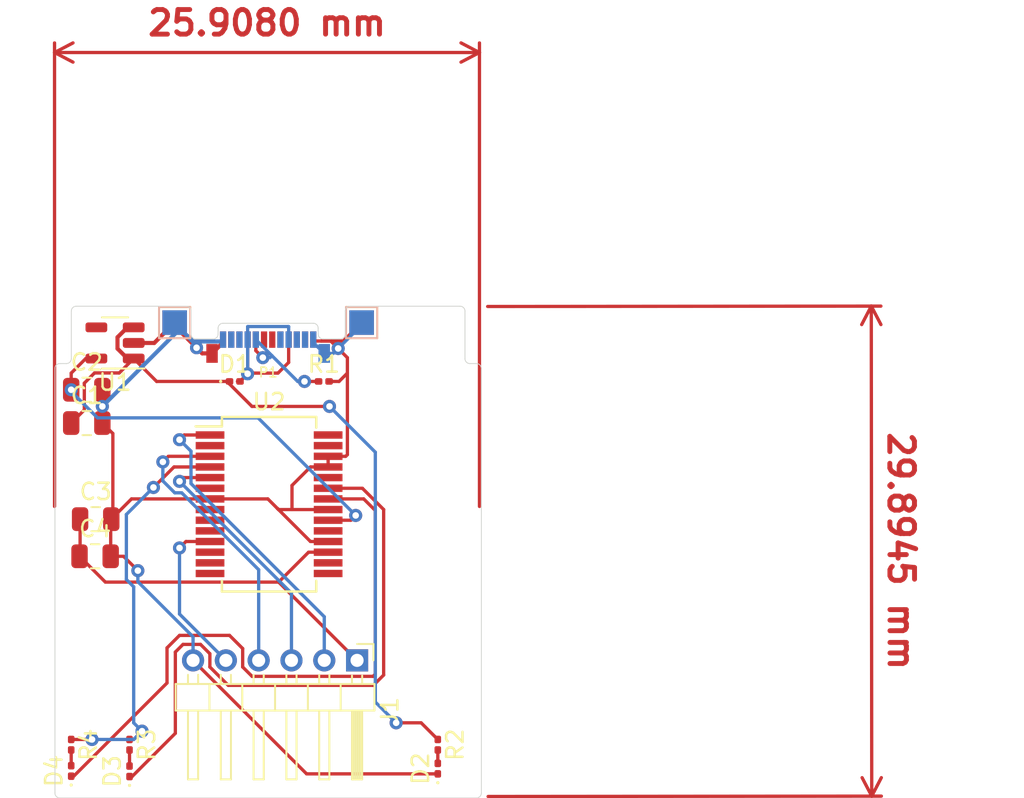
<source format=kicad_pcb>
(kicad_pcb (version 20221018) (generator pcbnew)
  (title_block (title "Expansion Card Template") (rev "X1") (company "Framework") (comment 1 "This work is licensed under a Creative Commons Attribution 4.0 International License") (comment 4 "https://frame.work"))
  (layers (0 "F.Cu" signal) (31 "B.Cu" signal) (34 "B.Paste" user) (35 "F.Paste" user) (36 "B.SilkS" user "B.Silkscreen") (37 "F.SilkS" user "F.Silkscreen") (38 "B.Mask" user) (39 "F.Mask" user) (44 "Edge.Cuts" user))
  (net 0 "")
  (net 1 "GND")
  (net 2 "Net-(P1-CC)")
  (net 3 "VBUS")
  (net 4 "/USB_DP")
  (net 5 "/USB_DN")
  (net 8 "+3V3")
  (net 9 "/3V3OUT")
  (net 10 "Net-(D2-A)")
  (net 11 "/CBUS0")
  (net 12 "Net-(D3-A)")
  (net 13 "/CBUS1")
  (net 14 "Net-(D4-A)")
  (net 15 "/TXD")
  (net 16 "/RXD")
  (net 17 "/RTS")
  (net 18 "/CTS")
  (net 19 "/VDDIO")
  (net 20 "/DTR")
  (net 21 "/RI")
  (net 22 "/DCR")
  (net 23 "/DCD")
  (net 24 "/CBUS4")
  (net 25 "/CBUS2")
  (net 26 "/CBUS3")
  (net 27 "/~{RESET}")
  (net 28 "/OSCI")
  (net 29 "/OSCO")
  (net 30 "a4")
  (net 31 "/D+")
  (net 32 "/D-")
  (net 33 "Net-(D1-A)")
  (footprint "Expansion_Card:USB_C_Plug_Molex_105444" (layer "F.Cu") (at 159.327793 83.262363)
    (fp_text reference "P1" (at 0 2.04) (layer "F.SilkS") (effects (font (size 0.5842 0.5842) (thickness 0.1016))))
    (fp_text value "USB_C_Plug_USB2.0")
    (fp_line (start -3.35 0) (end -4.3 0) (stroke (width 0.05)) (layer "Edge.Cuts"))
    (fp_line (start -3.05 -0.66) (end -3.05 -0.3) (stroke (width 0.05)) (layer "Edge.Cuts"))
    (fp_line (start -2.75 -0.96) (end 2.75 -0.96) (stroke (width 0.05)) (layer "Edge.Cuts"))
    (fp_line (start 3.05 -0.66) (end 3.05 -0.3) (stroke (width 0.05)) (layer "Edge.Cuts"))
    (fp_line (start 3.35 0) (end 4.3 0) (stroke (width 0.05)) (layer "Edge.Cuts"))
    (fp_arc (start -3.05 -0.66) (mid -2.962132 -0.872132) (end -2.75 -0.96) (stroke (width 0.05)) (layer "Edge.Cuts"))
    (fp_arc (start -3.05 -0.3) (mid -3.137868 -0.087868) (end -3.35 0) (stroke (width 0.05)) (layer "Edge.Cuts"))
    (fp_arc (start 2.75 -0.96) (mid 2.962132 -0.872132) (end 3.05 -0.66) (stroke (width 0.05)) (layer "Edge.Cuts"))
    (fp_arc (start 3.35 0) (mid 3.137868 -0.087868) (end 3.05 -0.3) (stroke (width 0.05)) (layer "Edge.Cuts"))
    (pad "A1" smd rect locked (at -2.75 0.04) (size 0.38 1) (layers "F.Cu" "F.Paste" "F.Mask") (net 1 "GND"))
    (pad "A2" smd rect locked (at -2.25 0.04) (size 0.38 1) (layers "F.Cu" "F.Paste" "F.Mask"))
    (pad "A3" smd rect locked (at -1.75 0.04) (size 0.38 1) (layers "F.Cu" "F.Paste" "F.Mask"))
    (pad "A5" smd rect locked (at -0.75 0.04) (size 0.38 1) (layers "F.Cu" "F.Paste" "F.Mask") (net 2 "Net-(P1-CC)"))
    (pad "A6" smd rect locked (at -0.25 0.04) (size 0.38 1) (layers "F.Cu" "F.Paste" "F.Mask") (net 4 "/USB_DP"))
    (pad "A7" smd rect locked (at 0.25 0.04) (size 0.38 1) (layers "F.Cu" "F.Paste" "F.Mask") (net 5 "/USB_DN"))
    (pad "A8" smd rect locked (at 0.75 0.04) (size 0.38 1) (layers "F.Cu" "F.Paste" "F.Mask"))
    (pad "A9" smd rect locked (at 1.25 0.04) (size 0.38 1) (layers "F.Cu" "F.Paste" "F.Mask") (net 30 "a4"))
    (pad "A10" smd rect locked (at 1.75 0.04) (size 0.38 1) (layers "F.Cu" "F.Paste" "F.Mask"))
    (pad "A11" smd rect locked (at 2.25 0.04) (size 0.38 1) (layers "F.Cu" "F.Paste" "F.Mask"))
    (pad "A12" smd rect locked (at 2.75 0.04) (size 0.38 1) (layers "F.Cu" "F.Paste" "F.Mask") (net 1 "GND"))
    (pad "B1" smd rect locked (at 2.75 0.04) (size 0.38 1) (layers "B.Cu" "B.Paste" "B.Mask") (net 1 "GND"))
    (pad "B2" smd rect locked (at 2.25 0.04) (size 0.38 1) (layers "B.Cu" "B.Paste" "B.Mask"))
    (pad "B3" smd rect locked (at 1.75 0.04) (size 0.38 1) (layers "B.Cu" "B.Paste" "B.Mask"))
    (pad "B4" smd rect locked (at 1.25 0.04) (size 0.38 1) (layers "B.Cu" "B.Paste" "B.Mask") (net 30 "a4"))
    (pad "B5" smd rect locked (at 0.75 0.04) (size 0.38 1) (layers "B.Cu" "B.Paste" "B.Mask"))
    (pad "B8" smd rect locked (at -0.75 0.04) (size 0.38 1) (layers "B.Cu" "B.Paste" "B.Mask" "Dwgs.User") (net 2 "Net-(P1-CC)"))
    (pad "B9" smd rect locked (at -1.25 0.04) (size 0.38 1) (layers "B.Cu" "B.Paste" "B.Mask") (net 30 "a4"))
    (pad "B10" smd rect locked (at -1.75 0.04) (size 0.38 1) (layers "B.Cu" "B.Paste" "B.Mask"))
    (pad "B11" smd rect locked (at -2.25 0.04) (size 0.38 1) (layers "B.Cu" "B.Paste" "B.Mask"))
    (pad "B12" smd rect locked (at -2.75 0.04) (size 0.38 1) (layers "B.Cu" "B.Paste" "B.Mask") (net 1 "GND"))
    (pad "S1" smd rect locked (at -3.42 0.88) (size 0.7 1.15) (layers "F.Cu" "F.Paste" "F.Mask") (net 1 "GND"))
    (pad "S1" smd rect locked (at 3.42 0.88) (size 0.7 1.15) (layers "B.Cu" "B.Paste" "B.Mask") (net 1 "GND"))
    (pad "a" smd rect locked (at -1.25 0.04) (size 0.38 1) (layers "F.Cu" "F.Paste" "F.Mask") (net 30 "a4"))
  )
  (footprint "MountingHole:MountingHole_2.2mm_M2" (layer "F.Cu") (at 148.027793 100.762363)
    (fp_text reference "H1" hide)
    (fp_text value "MountingHole")
    (pad "" np_thru_hole circle locked (at 0 0) (size 2.2 2.2) (drill 2.2) (layers "*.Cu" "*.Mask"))
  )
  (footprint "MountingHole:MountingHole_2.2mm_M2" (layer "F.Cu") (at 170.627793 100.762363)
    (fp_text reference "H2" hide)
    (fp_text value "MountingHole")
    (pad "" np_thru_hole circle locked (at 0 0) (size 2.2 2.2) (drill 2.2) (layers "*.Cu" "*.Mask"))
  )
  (footprint "TestPoint:TestPoint_Pad_1.5x1.5mm" (layer "F.Cu") (at 153.627793 82.262363)
    (fp_text reference "TP1" hide)
    (fp_text value "TestPoint")
    (fp_line (start -0.95 -0.95) (end 0.95 -0.95) (stroke (width 0.12)) (layer "F.SilkS"))
    (fp_line (start -0.95 0.95) (end -0.95 -0.95) (stroke (width 0.12)) (layer "F.SilkS"))
    (fp_line (start 0.95 -0.95) (end 0.95 0.95) (stroke (width 0.12)) (layer "F.SilkS"))
    (fp_line (start 0.95 0.95) (end -0.95 0.95) (stroke (width 0.12)) (layer "F.SilkS"))
    (pad "1" smd rect locked (at 0 0) (size 1.5 1.5) (layers "F.Cu" "F.Mask") (net 1 "GND"))
  )
  (footprint "TestPoint:TestPoint_Pad_1.5x1.5mm" (layer "F.Cu") (at 165.027793 82.262363)
    (fp_text reference "TP3" hide)
    (fp_text value "TestPoint")
    (fp_line (start -0.95 -0.95) (end 0.95 -0.95) (stroke (width 0.12)) (layer "F.SilkS"))
    (fp_line (start -0.95 0.95) (end -0.95 -0.95) (stroke (width 0.12)) (layer "F.SilkS"))
    (fp_line (start 0.95 -0.95) (end 0.95 0.95) (stroke (width 0.12)) (layer "F.SilkS"))
    (fp_line (start 0.95 0.95) (end -0.95 0.95) (stroke (width 0.12)) (layer "F.SilkS"))
    (pad "1" smd rect locked (at 0 0) (size 1.5 1.5) (layers "F.Cu" "F.Mask") (net 1 "GND"))
  )
  (footprint "Resistor_SMD:R_0201_0603Metric" (layer "F.Cu") (at 162.723 85.852)
    (fp_text reference "R1" (at 0 -1.05) (layer "F.SilkS"))
    (fp_text value "5.1k")
    (pad "1" smd roundrect (at -0.32 0) (size 0.46 0.4) (layers "F.Cu" "F.Mask") (net 2 "Net-(P1-CC)"))
    (pad "2" smd roundrect (at 0.32 0) (size 0.46 0.4) (layers "F.Cu" "F.Mask") (net 1 "GND"))
  )
  (footprint "Capacitor_SMD:C_0805_2012Metric" (layer "F.Cu") (at 148.8125 94.255)
    (fp_text reference "C3" (at 0 -1.68) (layer "F.SilkS"))
    (fp_text value "0.1uF")
    (fp_line (start -0.261252 -0.735) (end 0.261252 -0.735) (stroke (width 0.12)) (layer "F.SilkS"))
    (fp_line (start -0.261252 0.735) (end 0.261252 0.735) (stroke (width 0.12)) (layer "F.SilkS"))
    (pad "1" smd roundrect (at -0.95 0) (size 1 1.45) (layers "F.Cu" "F.Paste" "F.Mask") (net 9 "/3V3OUT"))
    (pad "2" smd roundrect (at 0.95 0) (size 1 1.45) (layers "F.Cu" "F.Paste" "F.Mask") (net 1 "GND"))
  )
  (footprint "Resistor_SMD:R_0201_0603Metric" (layer "F.Cu") (at 147.32 108.016 -90)
    (fp_text reference "R4" (at 0 -1.05 90) (layer "F.SilkS"))
    (fp_text value "1.5k")
    (pad "1" smd roundrect (at -0.32 0 270) (size 0.46 0.4) (layers "F.Cu" "F.Mask") (net 19 "/VDDIO"))
    (pad "2" smd roundrect (at 0.32 0 270) (size 0.46 0.4) (layers "F.Cu" "F.Mask") (net 14 "Net-(D4-A)"))
  )
  (footprint "LED_SMD:LED_0201_0603Metric" (layer "F.Cu") (at 150.876 109.637 90)
    (fp_text reference "D3" (at 0 -1.05 90) (layer "F.SilkS"))
    (fp_text value "LED")
    (fp_circle (center -0.86 0) (end -0.81 0) (stroke (width 0.1)) (fill none) (layer "F.SilkS"))
    (pad "1" smd roundrect (at -0.32 0 90) (size 0.46 0.4) (layers "F.Cu" "F.Mask") (net 11 "/CBUS0"))
    (pad "2" smd roundrect (at 0.32 0 90) (size 0.46 0.4) (layers "F.Cu" "F.Mask") (net 12 "Net-(D3-A)"))
  )
  (footprint "LED_SMD:LED_0201_0603Metric" (layer "F.Cu") (at 169.672 109.474 90)
    (fp_text reference "D2" (at 0 -1.05 90) (layer "F.SilkS"))
    (fp_text value "LED")
    (fp_circle (center -0.86 0) (end -0.81 0) (stroke (width 0.1)) (fill none) (layer "F.SilkS"))
    (pad "1" smd roundrect (at -0.32 0 90) (size 0.46 0.4) (layers "F.Cu" "F.Mask") (net 1 "GND"))
    (pad "2" smd roundrect (at 0.32 0 90) (size 0.46 0.4) (layers "F.Cu" "F.Mask") (net 10 "Net-(D2-A)"))
  )
  (footprint "Package_TO_SOT_SMD:SOT-23-5" (layer "F.Cu") (at 149.9925 83.505 180)
    (fp_text reference "U1" (at 0 -2.4) (layer "F.SilkS"))
    (fp_text value "AP2112K-3.3")
    (fp_line (start 0 -1.56) (end -1.8 -1.56) (stroke (width 0.12)) (layer "F.SilkS"))
    (fp_line (start 0 -1.56) (end 0.8 -1.56) (stroke (width 0.12)) (layer "F.SilkS"))
    (fp_line (start 0 1.56) (end -0.8 1.56) (stroke (width 0.12)) (layer "F.SilkS"))
    (fp_line (start 0 1.56) (end 0.8 1.56) (stroke (width 0.12)) (layer "F.SilkS"))
    (pad "1" smd roundrect (at -1.1375 -0.95 180) (size 1.325 0.6) (layers "F.Cu" "F.Paste" "F.Mask") (net 3 "VBUS"))
    (pad "2" smd roundrect (at -1.1375 0 180) (size 1.325 0.6) (layers "F.Cu" "F.Paste" "F.Mask") (net 1 "GND"))
    (pad "3" smd roundrect (at -1.1375 0.95 180) (size 1.325 0.6) (layers "F.Cu" "F.Paste" "F.Mask") (net 3 "VBUS"))
    (pad "4" smd roundrect (at 1.1375 0.95 180) (size 1.325 0.6) (layers "F.Cu" "F.Paste" "F.Mask"))
    (pad "5" smd roundrect (at 1.1375 -0.95 180) (size 1.325 0.6) (layers "F.Cu" "F.Paste" "F.Mask") (net 8 "+3V3"))
  )
  (footprint "Package_SO:SSOP-28_5.3x10.2mm_P0.65mm" (layer "F.Cu") (at 159.385 93.345)
    (fp_text reference "U2" (at 0 -6.25) (layer "F.SilkS"))
    (fp_text value "FT232RL")
    (fp_line (start -2.875 -5.325) (end -2.875 -4.75) (stroke (width 0.15)) (layer "F.SilkS"))
    (fp_line (start -2.875 -5.325) (end 2.875 -5.325) (stroke (width 0.15)) (layer "F.SilkS"))
    (fp_line (start -2.875 -4.75) (end -4.475 -4.75) (stroke (width 0.15)) (layer "F.SilkS"))
    (fp_line (start -2.875 5.325) (end -2.875 4.675) (stroke (width 0.15)) (layer "F.SilkS"))
    (fp_line (start -2.875 5.325) (end 2.875 5.325) (stroke (width 0.15)) (layer "F.SilkS"))
    (fp_line (start 2.875 -5.325) (end 2.875 -4.675) (stroke (width 0.15)) (layer "F.SilkS"))
    (fp_line (start 2.875 5.325) (end 2.875 4.675) (stroke (width 0.15)) (layer "F.SilkS"))
    (pad "1" smd rect (at -3.6 -4.225) (size 1.75 0.45) (layers "F.Cu" "F.Paste" "F.Mask") (net 15 "/TXD"))
    (pad "2" smd rect (at -3.6 -3.575) (size 1.75 0.45) (layers "F.Cu" "F.Paste" "F.Mask") (net 20 "/DTR"))
    (pad "3" smd rect (at -3.6 -2.925) (size 1.75 0.45) (layers "F.Cu" "F.Paste" "F.Mask") (net 17 "/RTS"))
    (pad "4" smd rect (at -3.6 -2.275) (size 1.75 0.45) (layers "F.Cu" "F.Paste" "F.Mask") (net 19 "/VDDIO"))
    (pad "5" smd rect (at -3.6 -1.625) (size 1.75 0.45) (layers "F.Cu" "F.Paste" "F.Mask") (net 16 "/RXD"))
    (pad "6" smd rect (at -3.6 -0.975) (size 1.75 0.45) (layers "F.Cu" "F.Paste" "F.Mask") (net 21 "/RI"))
    (pad "7" smd rect (at -3.6 -0.325) (size 1.75 0.45) (layers "F.Cu" "F.Paste" "F.Mask") (net 1 "GND"))
    (pad "8" smd rect (at -3.6 0.325) (size 1.75 0.45) (layers "F.Cu" "F.Paste" "F.Mask"))
    (pad "9" smd rect (at -3.6 0.975) (size 1.75 0.45) (layers "F.Cu" "F.Paste" "F.Mask") (net 22 "/DCR"))
    (pad "10" smd rect (at -3.6 1.625) (size 1.75 0.45) (layers "F.Cu" "F.Paste" "F.Mask") (net 23 "/DCD"))
    (pad "11" smd rect (at -3.6 2.275) (size 1.75 0.45) (layers "F.Cu" "F.Paste" "F.Mask") (net 18 "/CTS"))
    (pad "12" smd rect (at -3.6 2.925) (size 1.75 0.45) (layers "F.Cu" "F.Paste" "F.Mask") (net 24 "/CBUS4"))
    (pad "13" smd rect (at -3.6 3.575) (size 1.75 0.45) (layers "F.Cu" "F.Paste" "F.Mask") (net 25 "/CBUS2"))
    (pad "14" smd rect (at -3.6 4.225) (size 1.75 0.45) (layers "F.Cu" "F.Paste" "F.Mask") (net 26 "/CBUS3"))
    (pad "15" smd rect (at 3.6 4.225) (size 1.75 0.45) (layers "F.Cu" "F.Paste" "F.Mask") (net 31 "/D+"))
    (pad "16" smd rect (at 3.6 3.575) (size 1.75 0.45) (layers "F.Cu" "F.Paste" "F.Mask") (net 32 "/D-"))
    (pad "17" smd rect (at 3.6 2.925) (size 1.75 0.45) (layers "F.Cu" "F.Paste" "F.Mask") (net 9 "/3V3OUT"))
    (pad "18" smd rect (at 3.6 2.275) (size 1.75 0.45) (layers "F.Cu" "F.Paste" "F.Mask") (net 1 "GND"))
    (pad "19" smd rect (at 3.6 1.625) (size 1.75 0.45) (layers "F.Cu" "F.Paste" "F.Mask") (net 27 "/~{RESET}"))
    (pad "20" smd rect (at 3.6 0.975) (size 1.75 0.45) (layers "F.Cu" "F.Paste" "F.Mask") (net 8 "+3V3"))
    (pad "21" smd rect (at 3.6 0.325) (size 1.75 0.45) (layers "F.Cu" "F.Paste" "F.Mask") (net 1 "GND"))
    (pad "22" smd rect (at 3.6 -0.325) (size 1.75 0.45) (layers "F.Cu" "F.Paste" "F.Mask") (net 13 "/CBUS1"))
    (pad "23" smd rect (at 3.6 -0.975) (size 1.75 0.45) (layers "F.Cu" "F.Paste" "F.Mask") (net 11 "/CBUS0"))
    (pad "24" smd rect (at 3.6 -1.625) (size 1.75 0.45) (layers "F.Cu" "F.Paste" "F.Mask"))
    (pad "25" smd rect (at 3.6 -2.275) (size 1.75 0.45) (layers "F.Cu" "F.Paste" "F.Mask") (net 1 "GND"))
    (pad "26" smd rect (at 3.6 -2.925) (size 1.75 0.45) (layers "F.Cu" "F.Paste" "F.Mask") (net 1 "GND"))
    (pad "27" smd rect (at 3.6 -3.575) (size 1.75 0.45) (layers "F.Cu" "F.Paste" "F.Mask") (net 28 "/OSCI"))
    (pad "28" smd rect (at 3.6 -4.225) (size 1.75 0.45) (layers "F.Cu" "F.Paste" "F.Mask") (net 29 "/OSCO"))
  )
  (footprint "Capacitor_SMD:C_0805_2012Metric" (layer "F.Cu") (at 148.27 88.392)
    (fp_text reference "C1" (at 0 -1.68) (layer "F.SilkS"))
    (fp_text value "10uF")
    (fp_line (start -0.261252 -0.735) (end 0.261252 -0.735) (stroke (width 0.12)) (layer "F.SilkS"))
    (fp_line (start -0.261252 0.735) (end 0.261252 0.735) (stroke (width 0.12)) (layer "F.SilkS"))
    (pad "1" smd roundrect (at -0.95 0) (size 1 1.45) (layers "F.Cu" "F.Paste" "F.Mask") (net 3 "VBUS"))
    (pad "2" smd roundrect (at 0.95 0) (size 1 1.45) (layers "F.Cu" "F.Paste" "F.Mask") (net 1 "GND"))
  )
  (footprint "Capacitor_SMD:C_0805_2012Metric" (layer "F.Cu") (at 148.27 86.36)
    (fp_text reference "C2" (at 0 -1.68) (layer "F.SilkS"))
    (fp_text value "10uF")
    (fp_line (start -0.261252 -0.735) (end 0.261252 -0.735) (stroke (width 0.12)) (layer "F.SilkS"))
    (fp_line (start -0.261252 0.735) (end 0.261252 0.735) (stroke (width 0.12)) (layer "F.SilkS"))
    (pad "1" smd roundrect (at -0.95 0) (size 1 1.45) (layers "F.Cu" "F.Paste" "F.Mask") (net 8 "+3V3"))
    (pad "2" smd roundrect (at 0.95 0) (size 1 1.45) (layers "F.Cu" "F.Paste" "F.Mask") (net 1 "GND"))
  )
  (footprint "Diode_SMD:D_0201_0603Metric" (layer "F.Cu") (at 157.292 85.852)
    (fp_text reference "D1" (at 0 -1.05) (layer "F.SilkS"))
    (fp_text value "D_Schottky")
    (fp_circle (center -0.86 0) (end -0.81 0) (stroke (width 0.1)) (fill none) (layer "F.SilkS"))
    (pad "1" smd roundrect (at -0.32 0) (size 0.46 0.4) (layers "F.Cu" "F.Mask") (net 3 "VBUS"))
    (pad "2" smd roundrect (at 0.32 0) (size 0.46 0.4) (layers "F.Cu" "F.Mask") (net 33 "Net-(D1-A)"))
  )
  (footprint "LED_SMD:LED_0201_0603Metric" (layer "F.Cu") (at 147.32 109.615 90)
    (fp_text reference "D4" (at 0 -1.05 90) (layer "F.SilkS"))
    (fp_text value "LED")
    (fp_circle (center -0.86 0) (end -0.81 0) (stroke (width 0.1)) (fill none) (layer "F.SilkS"))
    (pad "1" smd roundrect (at -0.32 0 90) (size 0.46 0.4) (layers "F.Cu" "F.Mask") (net 13 "/CBUS1"))
    (pad "2" smd roundrect (at 0.32 0 90) (size 0.46 0.4) (layers "F.Cu" "F.Mask") (net 14 "Net-(D4-A)"))
  )
  (footprint "Resistor_SMD:R_0201_0603Metric" (layer "F.Cu") (at 150.876 108.016 -90)
    (fp_text reference "R3" (at 0 -1.05 90) (layer "F.SilkS"))
    (fp_text value "1.5k")
    (pad "1" smd roundrect (at -0.32 0 270) (size 0.46 0.4) (layers "F.Cu" "F.Mask") (net 19 "/VDDIO"))
    (pad "2" smd roundrect (at 0.32 0 270) (size 0.46 0.4) (layers "F.Cu" "F.Mask") (net 12 "Net-(D3-A)"))
  )
  (footprint "Capacitor_SMD:C_0805_2012Metric" (layer "F.Cu") (at 148.778 96.52)
    (fp_text reference "C4" (at 0 -1.68) (layer "F.SilkS"))
    (fp_text value "10uF")
    (fp_line (start -0.261252 -0.735) (end 0.261252 -0.735) (stroke (width 0.12)) (layer "F.SilkS"))
    (fp_line (start -0.261252 0.735) (end 0.261252 0.735) (stroke (width 0.12)) (layer "F.SilkS"))
    (pad "1" smd roundrect (at -0.95 0) (size 1 1.45) (layers "F.Cu" "F.Paste" "F.Mask") (net 9 "/3V3OUT"))
    (pad "2" smd roundrect (at 0.95 0) (size 1 1.45) (layers "F.Cu" "F.Paste" "F.Mask") (net 1 "GND"))
  )
  (footprint "Resistor_SMD:R_0201_0603Metric" (layer "F.Cu") (at 169.672 108.016 -90)
    (fp_text reference "R2" (at 0 -1.05 90) (layer "F.SilkS"))
    (fp_text value "1.5k")
    (pad "1" smd roundrect (at -0.32 0 270) (size 0.46 0.4) (layers "F.Cu" "F.Mask") (net 3 "VBUS"))
    (pad "2" smd roundrect (at 0.32 0 270) (size 0.46 0.4) (layers "F.Cu" "F.Mask") (net 10 "Net-(D2-A)"))
  )
  (footprint "Connector_PinHeader_2.00mm:PinHeader_1x06_P2.00mm_Horizontal" (layer "F.Cu") (at 164.75 102.87 -90)
    (fp_text reference "J1" (at 3.1 -2 90) (layer "F.SilkS"))
    (fp_text value "Conn_01x06")
    (fp_line (start -1 -1) (end 0 -1) (stroke (width 0.12)) (layer "F.SilkS"))
    (fp_line (start -1 0) (end -1 -1) (stroke (width 0.12)) (layer "F.SilkS"))
    (fp_line (start 0.882114 1.69) (end 1.44 1.69) (stroke (width 0.12)) (layer "F.SilkS"))
    (fp_line (start 0.882114 2.31) (end 1.44 2.31) (stroke (width 0.12)) (layer "F.SilkS"))
    (fp_line (start 0.882114 3.69) (end 1.44 3.69) (stroke (width 0.12)) (layer "F.SilkS"))
    (fp_line (start 0.882114 4.31) (end 1.44 4.31) (stroke (width 0.12)) (layer "F.SilkS"))
    (fp_line (start 0.882114 5.69) (end 1.44 5.69) (stroke (width 0.12)) (layer "F.SilkS"))
    (fp_line (start 0.882114 6.31) (end 1.44 6.31) (stroke (width 0.12)) (layer "F.SilkS"))
    (fp_line (start 0.882114 7.69) (end 1.44 7.69) (stroke (width 0.12)) (layer "F.SilkS"))
    (fp_line (start 0.882114 8.31) (end 1.44 8.31) (stroke (width 0.12)) (layer "F.SilkS"))
    (fp_line (start 0.882114 9.69) (end 1.44 9.69) (stroke (width 0.12)) (layer "F.SilkS"))
    (fp_line (start 0.882114 10.31) (end 1.44 10.31) (stroke (width 0.12)) (layer "F.SilkS"))
    (fp_line (start 0.935 -0.31) (end 1.44 -0.31) (stroke (width 0.12)) (layer "F.SilkS"))
    (fp_line (start 0.935 0.31) (end 1.44 0.31) (stroke (width 0.12)) (layer "F.SilkS"))
    (fp_line (start 1.44 -1.06) (end 1.44 11.06) (stroke (width 0.12)) (layer "F.SilkS"))
    (fp_line (start 1.44 1) (end 3.06 1) (stroke (width 0.12)) (layer "F.SilkS"))
    (fp_line (start 1.44 3) (end 3.06 3) (stroke (width 0.12)) (layer "F.SilkS"))
    (fp_line (start 1.44 5) (end 3.06 5) (stroke (width 0.12)) (layer "F.SilkS"))
    (fp_line (start 1.44 7) (end 3.06 7) (stroke (width 0.12)) (layer "F.SilkS"))
    (fp_line (start 1.44 9) (end 3.06 9) (stroke (width 0.12)) (layer "F.SilkS"))
    (fp_line (start 1.44 11.06) (end 3.06 11.06) (stroke (width 0.12)) (layer "F.SilkS"))
    (fp_line (start 3.06 -1.06) (end 1.44 -1.06) (stroke (width 0.12)) (layer "F.SilkS"))
    (fp_line (start 3.06 -0.31) (end 7.26 -0.31) (stroke (width 0.12)) (layer "F.SilkS"))
    (fp_line (start 3.06 -0.25) (end 7.26 -0.25) (stroke (width 0.12)) (layer "F.SilkS"))
    (fp_line (start 3.06 -0.13) (end 7.26 -0.13) (stroke (width 0.12)) (layer "F.SilkS"))
    (fp_line (start 3.06 -0.01) (end 7.26 -0.01) (stroke (width 0.12)) (layer "F.SilkS"))
    (fp_line (start 3.06 0.11) (end 7.26 0.11) (stroke (width 0.12)) (layer "F.SilkS"))
    (fp_line (start 3.06 0.23) (end 7.26 0.23) (stroke (width 0.12)) (layer "F.SilkS"))
    (fp_line (start 3.06 1.69) (end 7.26 1.69) (stroke (width 0.12)) (layer "F.SilkS"))
    (fp_line (start 3.06 3.69) (end 7.26 3.69) (stroke (width 0.12)) (layer "F.SilkS"))
    (fp_line (start 3.06 5.69) (end 7.26 5.69) (stroke (width 0.12)) (layer "F.SilkS"))
    (fp_line (start 3.06 7.69) (end 7.26 7.69) (stroke (width 0.12)) (layer "F.SilkS"))
    (fp_line (start 3.06 9.69) (end 7.26 9.69) (stroke (width 0.12)) (layer "F.SilkS"))
    (fp_line (start 3.06 11.06) (end 3.06 -1.06) (stroke (width 0.12)) (layer "F.SilkS"))
    (fp_line (start 7.26 -0.31) (end 7.26 0.31) (stroke (width 0.12)) (layer "F.SilkS"))
    (fp_line (start 7.26 0.31) (end 3.06 0.31) (stroke (width 0.12)) (layer "F.SilkS"))
    (fp_line (start 7.26 1.69) (end 7.26 2.31) (stroke (width 0.12)) (layer "F.SilkS"))
    (fp_line (start 7.26 2.31) (end 3.06 2.31) (stroke (width 0.12)) (layer "F.SilkS"))
    (fp_line (start 7.26 3.69) (end 7.26 4.31) (stroke (width 0.12)) (layer "F.SilkS"))
    (fp_line (start 7.26 4.31) (end 3.06 4.31) (stroke (width 0.12)) (layer "F.SilkS"))
    (fp_line (start 7.26 5.69) (end 7.26 6.31) (stroke (width 0.12)) (layer "F.SilkS"))
    (fp_line (start 7.26 6.31) (end 3.06 6.31) (stroke (width 0.12)) (layer "F.SilkS"))
    (fp_line (start 7.26 7.69) (end 7.26 8.31) (stroke (width 0.12)) (layer "F.SilkS"))
    (fp_line (start 7.26 8.31) (end 3.06 8.31) (stroke (width 0.12)) (layer "F.SilkS"))
    (fp_line (start 7.26 9.69) (end 7.26 10.31) (stroke (width 0.12)) (layer "F.SilkS"))
    (fp_line (start 7.26 10.31) (end 3.06 10.31) (stroke (width 0.12)) (layer "F.SilkS"))
    (pad "1" thru_hole rect (at 0 0 270) (size 1.35 1.35) (drill 0.8) (layers "*.Cu" "*.Mask") (net 9 "/3V3OUT"))
    (pad "2" thru_hole oval (at 0 2 270) (size 1.35 1.35) (drill 0.8) (layers "*.Cu" "*.Mask") (net 15 "/TXD"))
    (pad "3" thru_hole oval (at 0 4 270) (size 1.35 1.35) (drill 0.8) (layers "*.Cu" "*.Mask") (net 16 "/RXD"))
    (pad "4" thru_hole oval (at 0 6 270) (size 1.35 1.35) (drill 0.8) (layers "*.Cu" "*.Mask") (net 17 "/RTS"))
    (pad "5" thru_hole oval (at 0 8 270) (size 1.35 1.35) (drill 0.8) (layers "*.Cu" "*.Mask") (net 18 "/CTS"))
    (pad "6" thru_hole oval (at 0 10 270) (size 1.35 1.35) (drill 0.8) (layers "*.Cu" "*.Mask") (net 1 "GND"))
  )
  (footprint "TestPoint:TestPoint_Pad_1.5x1.5mm" (layer "B.Cu") (at 153.627793 82.262363)
    (fp_text reference "TP2" hide)
    (fp_text value "TestPoint")
    (fp_line (start -0.95 -0.95) (end -0.95 0.95) (stroke (width 0.12)) (layer "B.SilkS"))
    (fp_line (start -0.95 0.95) (end 0.95 0.95) (stroke (width 0.12)) (layer "B.SilkS"))
    (fp_line (start 0.95 -0.95) (end -0.95 -0.95) (stroke (width 0.12)) (layer "B.SilkS"))
    (fp_line (start 0.95 0.95) (end 0.95 -0.95) (stroke (width 0.12)) (layer "B.SilkS"))
    (pad "1" smd rect locked (at 0 0) (size 1.5 1.5) (layers "B.Cu" "B.Mask") (net 1 "GND"))
  )
  (footprint "TestPoint:TestPoint_Pad_1.5x1.5mm" (layer "B.Cu") (at 165.027793 82.262363)
    (fp_text reference "TP4" hide)
    (fp_text value "TestPoint")
    (fp_line (start -0.95 -0.95) (end -0.95 0.95) (stroke (width 0.12)) (layer "B.SilkS"))
    (fp_line (start -0.95 0.95) (end 0.95 0.95) (stroke (width 0.12)) (layer "B.SilkS"))
    (fp_line (start 0.95 -0.95) (end -0.95 -0.95) (stroke (width 0.12)) (layer "B.SilkS"))
    (fp_line (start 0.95 0.95) (end 0.95 -0.95) (stroke (width 0.12)) (layer "B.SilkS"))
    (pad "1" smd rect locked (at 0 0) (size 1.5 1.5) (layers "B.Cu" "B.Mask") (net 1 "GND"))
  )
  (gr_line locked (start 172.327793 85.062363) (end 172.327793 110.962363) (stroke (width 0.05)) (layer "Edge.Cuts"))
  (gr_line locked (start 146.627793 111.262363) (end 172.027793 111.262363) (stroke (width 0.05)) (layer "Edge.Cuts"))
  (gr_arc locked (start 164.027793 82.962363) (mid 163.939925 83.174495) (end 163.727793 83.262363) (stroke (width 0.05)) (layer "Edge.Cuts"))
  (gr_arc locked (start 154.327793 81.262363) (mid 154.539925 81.350231) (end 154.627793 81.562363) (stroke (width 0.05)) (layer "Edge.Cuts"))
  (gr_line locked (start 164.027793 82.962363) (end 164.027793 81.562363) (stroke (width 0.05)) (layer "Edge.Cuts"))
  (gr_arc locked (start 164.027793 81.562363) (mid 164.115661 81.350231) (end 164.327793 81.262363) (stroke (width 0.05)) (layer "Edge.Cuts"))
  (gr_line locked (start 154.327793 81.262363) (end 147.627793 81.262363) (stroke (width 0.05)) (layer "Edge.Cuts"))
  (gr_line locked (start 164.327793 81.262363) (end 171.027793 81.262363) (stroke (width 0.05)) (layer "Edge.Cuts"))
  (gr_arc locked (start 146.627793 111.262363) (mid 146.415661 111.174495) (end 146.327793 110.962363) (stroke (width 0.05)) (layer "Edge.Cuts"))
  (gr_line locked (start 163.627793 83.262363) (end 163.727793 83.262363) (stroke (width 0.05)) (layer "Edge.Cuts"))
  (gr_arc locked (start 147.327793 81.562363) (mid 147.415661 81.350231) (end 147.627793 81.262363) (stroke (width 0.05)) (layer "Edge.Cuts"))
  (gr_line locked (start 147.327793 84.462363) (end 147.327793 81.562363) (stroke (width 0.05)) (layer "Edge.Cuts"))
  (gr_arc locked (start 147.327793 84.462363) (mid 147.239925 84.674495) (end 147.027793 84.762363) (stroke (width 0.05)) (layer "Edge.Cuts"))
  (gr_arc locked (start 146.327793 85.062363) (mid 146.415661 84.850231) (end 146.627793 84.762363) (stroke (width 0.05)) (layer "Edge.Cuts"))
  (gr_line locked (start 146.627793 84.762363) (end 147.027793 84.762363) (stroke (width 0.05)) (layer "Edge.Cuts"))
  (gr_line locked (start 171.327793 84.462363) (end 171.327793 81.562363) (stroke (width 0.05)) (layer "Edge.Cuts"))
  (gr_arc locked (start 172.027793 84.762363) (mid 172.239925 84.850231) (end 172.327793 85.062363) (stroke (width 0.05)) (layer "Edge.Cuts"))
  (gr_arc locked (start 171.627793 84.762363) (mid 171.415661 84.674495) (end 171.327793 84.462363) (stroke (width 0.05)) (layer "Edge.Cuts"))
  (gr_line locked (start 171.627793 84.762363) (end 172.027793 84.762363) (stroke (width 0.05)) (layer "Edge.Cuts"))
  (gr_line locked (start 146.327793 85.062363) (end 146.327793 110.962363) (stroke (width 0.05)) (layer "Edge.Cuts"))
  (gr_arc locked (start 154.927793 83.262363) (mid 154.715661 83.174495) (end 154.627793 82.962363) (stroke (width 0.05)) (layer "Edge.Cuts"))
  (gr_arc locked (start 171.027793 81.262363) (mid 171.239925 81.350231) (end 171.327793 81.562363) (stroke (width 0.05)) (layer "Edge.Cuts"))
  (gr_line locked (start 154.927793 83.262363) (end 155.027793 83.262363) (stroke (width 0.05)) (layer "Edge.Cuts"))
  (gr_arc locked (start 172.327793 110.962363) (mid 172.239925 111.174495) (end 172.027793 111.262363) (stroke (width 0.05)) (layer "Edge.Cuts"))
  (gr_line locked (start 154.627793 82.962363) (end 154.627793 81.562363) (stroke (width 0.05)) (layer "Edge.Cuts"))
  (dimension (type aligned) (layer "F.Cu") (pts (xy 172.239925 111.174495) (xy 172.212 81.28)) (height 23.889057) (gr_text "29,8945 mm" (at 197.915008 96.203251 -89.94647705) (layer "F.Cu") (effects (font (size 1.5 1.5) (thickness 0.3)))) (format (prefix "") (suffix "") (units 3) (units_format 1) (precision 4)) (style (thickness 0.2) (arrow_length 1.27) (text_position_mode 0) (extension_height 0.58642) (extension_offset 0.5) keep_text_aligned))
  (dimension (type aligned) (layer "F.Cu") (pts (xy 146.304 93.98) (xy 172.212 93.98)) (height -28.194) (gr_text "25,9080 mm" (at 159.258 63.986) (layer "F.Cu") (effects (font (size 1.5 1.5) (thickness 0.3)))) (format (prefix "") (suffix "") (units 3) (units_format 1) (precision 4)) (style (thickness 0.2) (arrow_length 1.27) (text_position_mode 0) (extension_height 0.58642) (extension_offset 0.5) keep_text_aligned))
  (segment (start 149.728 94.2895) (end 149.7625 94.255) (width 0.2) (layer "F.Cu") (net 1))
  (segment (start 164.16 84.404) (end 163.598078 83.842078) (width 0.2) (layer "F.Cu") (net 1))
  (segment (start 164.16 85.344) (end 164.16 84.404) (width 0.2) (layer "F.Cu") (net 1))
  (segment (start 165.027793 82.266997) (end 165.027793 82.262363) (width 0.2) (layer "F.Cu") (net 1))
  (segment (start 159.891 93.601) (end 159.31 93.02) (width 0.2) (layer "F.Cu") (net 1))
  (segment (start 162.985 93.67) (end 160.782 93.67) (width 0.2) (layer "F.Cu") (net 1))
  (segment (start 152.385156 83.505) (end 153.627793 82.262363) (width 0.25) (layer "F.Cu") (net 1))
  (segment (start 162.985 95.62) (end 161.91 95.62) (width 0.2) (layer "F.Cu") (net 1))
  (segment (start 149.22 88.392) (end 149.86 89.032) (width 0.2) (layer "F.Cu") (net 1))
  (segment (start 162.985 91.07) (end 161.91 91.07) (width 0.2) (layer "F.Cu") (net 1))
  (segment (start 155.907793 84.142363) (end 156.562793 83.487363) (width 0.25) (layer "F.Cu") (net 1))
  (segment (start 153.627793 82.262363) (end 153.627793 82.462363) (width 0.25) (layer "F.Cu") (net 1))
  (segment (start 162.985 90.42) (end 164.06 90.42) (width 0.2) (layer "F.Cu") (net 1))
  (segment (start 163.143363 83.387363) (end 163.598078 83.842078) (width 0.2) (layer "F.Cu") (net 1))
  (segment (start 154.75 102.87) (end 161.674 109.794) (width 0.2) (layer "F.Cu") (net 1))
  (segment (start 155.307793 84.142363) (end 155.907793 84.142363) (width 0.25) (layer "F.Cu") (net 1))
  (segment (start 149.728 96.52) (end 150.5085 96.52) (width 0.2) (layer "F.Cu") (net 1))
  (segment (start 161.91 91.07) (end 160.782 92.198) (width 0.2) (layer "F.Cu") (net 1))
  (segment (start 159.31 93.02) (end 155.785 93.02) (width 0.2) (layer "F.Cu") (net 1))
  (segment (start 153.627793 82.462363) (end 154.962715 83.797285) (width 0.25) (layer "F.Cu") (net 1))
  (segment (start 151.13 83.505) (end 152.385156 83.505) (width 0.25) (layer "F.Cu") (net 1))
  (segment (start 156.562793 83.487363) (end 156.562793 83.302363) (width 0.25) (layer "F.Cu") (net 1))
  (segment (start 149.86 89.032) (end 149.86 94.1575) (width 0.2) (layer "F.Cu") (net 1))
  (segment (start 149.728 96.52) (end 149.728 94.2895) (width 0.2) (layer "F.Cu") (net 1))
  (segment (start 163.907427 83.387363) (end 165.027793 82.266997) (width 0.2) (layer "F.Cu") (net 1))
  (segment (start 163.652 85.852) (end 164.16 85.344) (width 0.2) (layer "F.Cu") (net 1))
  (segment (start 160.782 92.198) (end 160.782 93.67) (width 0.2) (layer "F.Cu") (net 1))
  (segment (start 150.9975 93.02) (end 155.785 93.02) (width 0.2) (layer "F.Cu") (net 1))
  (segment (start 154.962715 83.797285) (end 155.307793 84.142363) (width 0.25) (layer "F.Cu") (net 1))
  (segment (start 149.7625 94.255) (end 150.9975 93.02) (width 0.2) (layer "F.Cu") (net 1))
  (segment (start 164.06 90.42) (end 164.16 90.32) (width 0.2) (layer "F.Cu") (net 1))
  (segment (start 162.56 83.387363) (end 163.143363 83.387363) (width 0.2) (layer "F.Cu") (net 1))
  (segment (start 150.5085 96.52) (end 151.384 97.3955) (width 0.2) (layer "F.Cu") (net 1))
  (segment (start 149.86 94.1575) (end 149.7625 94.255) (width 0.2) (layer "F.Cu") (net 1))
  (segment (start 161.91 95.62) (end 159.891 93.601) (width 0.2) (layer "F.Cu") (net 1))
  (segment (start 159.96 93.67) (end 159.891 93.601) (width 0.2) (layer "F.Cu") (net 1))
  (segment (start 162.162793 83.387363) (end 162.56 83.387363) (width 0.2) (layer "F.Cu") (net 1))
  (segment (start 162.56 83.387363) (end 163.907427 83.387363) (width 0.2) (layer "F.Cu") (net 1))
  (segment (start 160.782 93.67) (end 159.96 93.67) (width 0.2) (layer "F.Cu") (net 1))
  (segment (start 163.043 85.852) (end 163.652 85.852) (width 0.2) (layer "F.Cu") (net 1))
  (segment (start 149.22 87.376) (end 149.22 88.392) (width 0.2) (layer "F.Cu") (net 1))
  (segment (start 164.16 90.32) (end 164.16 85.344) (width 0.2) (layer "F.Cu") (net 1))
  (segment (start 149.22 86.36) (end 149.22 87.376) (width 0.2) (layer "F.Cu") (net 1))
  (segment (start 162.985 91.07) (end 162.985 90.42) (width 0.2) (layer "F.Cu") (net 1))
  (segment (start 161.674 109.794) (end 169.672 109.794) (width 0.2) (layer "F.Cu") (net 1))
  (segment (start 162.077793 83.302363) (end 162.162793 83.387363) (width 0.2) (layer "F.Cu") (net 1))
  (via (at 151.384 97.3955) (size 0.8) (drill 0.4) (layers "F.Cu" "B.Cu") (net 1))
  (via (at 163.598078 83.842078) (size 0.8) (drill 0.4) (layers "F.Cu" "B.Cu") (net 1))
  (via (at 149.22 87.376) (size 0.8) (drill 0.4) (layers "F.Cu" "B.Cu") (net 1))
  (via (at 154.962715 83.797285) (size 0.8) (drill 0.4) (layers "F.Cu" "B.Cu") (net 1))
  (segment (start 153.627793 82.302293) (end 154.40775 83.08225) (width 0.25) (layer "B.Cu") (net 1))
  (segment (start 154.75 101.435686) (end 154.75 102.87) (width 0.2) (layer "B.Cu") (net 1))
  (segment (start 156.451509 83.413647) (end 156.562793 83.302363) (width 0.25) (layer "B.Cu") (net 1))
  (segment (start 153.627793 82.262363) (end 153.627793 82.968207) (width 0.25) (layer "B.Cu") (net 1))
  (segment (start 165.027793 82.412363) (end 165.027793 82.262363) (width 0.2) (layer "B.Cu") (net 1))
  (segment (start 154.739147 83.413647) (end 156.451509 83.413647) (width 0.25) (layer "B.Cu") (net 1))
  (segment (start 154.40775 83.08225) (end 154.962715 83.637215) (width 0.25) (layer "B.Cu") (net 1))
  (segment (start 151.384 97.3955) (end 151.384 98.069686) (width 0.2) (layer "B.Cu") (net 1))
  (segment (start 163.598078 83.842078) (end 165.027793 82.412363) (width 0.2) (layer "B.Cu") (net 1))
  (segment (start 162.077793 83.302363) (end 162.077793 83.472363) (width 0.2) (layer "B.Cu") (net 1))
  (segment (start 163.297793 84.142363) (end 163.598078 83.842078) (width 0.2) (layer "B.Cu") (net 1))
  (segment (start 151.384 98.069686) (end 154.75 101.435686) (width 0.2) (layer "B.Cu") (net 1))
  (segment (start 153.627793 82.262363) (end 153.627793 82.302293) (width 0.25) (layer "B.Cu") (net 1))
  (segment (start 154.40775 83.08225) (end 154.739147 83.413647) (width 0.25) (layer "B.Cu") (net 1))
  (segment (start 153.627793 82.968207) (end 149.22 87.376) (width 0.25) (layer "B.Cu") (net 1))
  (segment (start 154.962715 83.637215) (end 154.962715 83.797285) (width 0.25) (layer "B.Cu") (net 1))
  (segment (start 162.077793 83.472363) (end 162.747793 84.142363) (width 0.2) (layer "B.Cu") (net 1))
  (segment (start 162.747793 84.142363) (end 163.297793 84.142363) (width 0.2) (layer "B.Cu") (net 1))
  (segment (start 158.577793 83.975658) (end 159.004 84.401865) (width 0.2) (layer "F.Cu") (net 2))
  (segment (start 158.577793 83.302363) (end 158.577793 83.975658) (width 0.2) (layer "F.Cu") (net 2))
  (segment (start 161.544 85.852) (end 162.403 85.852) (width 0.2) (layer "F.Cu") (net 2))
  (via (at 161.544 85.852) (size 0.8) (drill 0.4) (layers "F.Cu" "B.Cu") (net 2))
  (via (at 159.004 84.401865) (size 0.8) (drill 0.4) (layers "F.Cu" "B.Cu") (net 2))
  (segment (start 159.438135 84.401865) (end 159.557715 84.282285) (width 0.2) (layer "B.Cu") (net 2))
  (segment (start 161.12743 85.852) (end 161.544 85.852) (width 0.2) (layer "B.Cu") (net 2))
  (segment (start 159.004 84.401865) (end 159.438135 84.401865) (width 0.2) (layer "B.Cu") (net 2))
  (segment (start 159.557715 84.282285) (end 161.12743 85.852) (width 0.2) (layer "B.Cu") (net 2))
  (segment (start 158.577793 83.302363) (end 159.557715 84.282285) (width 0.2) (layer "B.Cu") (net 2))
  (segment (start 152.527 85.852) (end 151.13 84.455) (width 0.2) (layer "F.Cu") (net 3))
  (segment (start 168.656 106.68) (end 169.672 107.696) (width 0.2) (layer "F.Cu") (net 3))
  (segment (start 151.13 84.455) (end 150.25 85.335) (width 0.2) (layer "F.Cu") (net 3))
  (segment (start 167.132 106.68) (end 168.656 106.68) (width 0.2) (layer "F.Cu") (net 3))
  (segment (start 156.972 86.007685) (end 158.340315 87.376) (width 0.2) (layer "F.Cu") (net 3))
  (segment (start 150.1425 83.158249) (end 150.1425 83.851751) (width 0.25) (layer "F.Cu") (net 3))
  (segment (start 156.972 85.852) (end 152.527 85.852) (width 0.2) (layer "F.Cu") (net 3))
  (segment (start 158.340315 87.376) (end 163.068 87.376) (width 0.2) (layer "F.Cu") (net 3))
  (segment (start 150.25 85.335) (end 148.742183 85.335) (width 0.2) (layer "F.Cu") (net 3))
  (segment (start 150.745749 84.455) (end 151.13 84.455) (width 0.25) (layer "F.Cu") (net 3))
  (segment (start 156.972 85.852) (end 156.972 86.007685) (width 0.2) (layer "F.Cu") (net 3))
  (segment (start 150.745749 82.555) (end 150.1425 83.158249) (width 0.25) (layer "F.Cu") (net 3))
  (segment (start 151.13 82.555) (end 150.745749 82.555) (width 0.25) (layer "F.Cu") (net 3))
  (segment (start 150.1425 83.851751) (end 150.745749 84.455) (width 0.25) (layer "F.Cu") (net 3))
  (segment (start 148.742183 85.335) (end 148.12 85.957183) (width 0.2) (layer "F.Cu") (net 3))
  (segment (start 148.12 85.957183) (end 148.12 87.592) (width 0.2) (layer "F.Cu") (net 3))
  (segment (start 148.12 87.592) (end 147.32 88.392) (width 0.2) (layer "F.Cu") (net 3))
  (via (at 167.132 106.68) (size 0.8) (drill 0.4) (layers "F.Cu" "B.Cu") (net 3))
  (via (at 163.068 87.376) (size 0.8) (drill 0.4) (layers "F.Cu" "B.Cu") (net 3))
  (segment (start 165.862 90.17) (end 165.862 105.41) (width 0.2) (layer "B.Cu") (net 3))
  (segment (start 163.068 87.376) (end 165.862 90.17) (width 0.2) (layer "B.Cu") (net 3))
  (segment (start 165.862 105.41) (end 167.132 106.68) (width 0.2) (layer "B.Cu") (net 3))
  (segment (start 148.209 84.455) (end 148.855 84.455) (width 0.2) (layer "F.Cu") (net 8))
  (segment (start 162.985 94.32) (end 164.374001 94.32) (width 0.2) (layer "F.Cu") (net 8))
  (segment (start 147.32 86.36) (end 147.32 85.344) (width 0.2) (layer "F.Cu") (net 8))
  (segment (start 147.32 85.344) (end 148.209 84.455) (width 0.2) (layer "F.Cu") (net 8))
  (segment (start 164.374001 94.32) (end 164.665437 94.028564) (width 0.2) (layer "F.Cu") (net 8))
  (via (at 164.665437 94.028564) (size 0.8) (drill 0.4) (layers "F.Cu" "B.Cu") (net 8))
  (via (at 147.32 86.36) (size 0.8) (drill 0.4) (layers "F.Cu" "B.Cu") (net 8))
  (segment (start 148.93005 88.076) (end 147.32 86.46595) (width 0.2) (layer "B.Cu") (net 8))
  (segment (start 164.665437 94.028564) (end 158.712873 88.076) (width 0.2) (layer "B.Cu") (net 8))
  (segment (start 158.712873 88.076) (end 148.93005 88.076) (width 0.2) (layer "B.Cu") (net 8))
  (segment (start 147.32 86.46595) (end 147.32 86.36) (width 0.2) (layer "B.Cu") (net 8))
  (segment (start 147.8625 94.255) (end 147.8625 96.4855) (width 0.2) (layer "F.Cu") (net 9))
  (segment (start 159.969 98.095) (end 161.794 96.27) (width 0.2) (layer "F.Cu") (net 9))
  (segment (start 147.828 96.52) (end 149.403 98.095) (width 0.2) (layer "F.Cu") (net 9))
  (segment (start 159.969 98.095) (end 164.744 102.87) (width 0.2) (layer "F.Cu") (net 9))
  (segment (start 147.8625 96.4855) (end 147.828 96.52) (width 0.2) (layer "F.Cu") (net 9))
  (segment (start 164.744 102.87) (end 164.75 102.87) (width 0.2) (layer "F.Cu") (net 9))
  (segment (start 161.794 96.27) (end 162.985 96.27) (width 0.2) (layer "F.Cu") (net 9))
  (segment (start 149.403 98.095) (end 159.969 98.095) (width 0.2) (layer "F.Cu") (net 9))
  (segment (start 169.672 108.336) (end 169.672 109.154) (width 0.2) (layer "F.Cu") (net 10))
  (segment (start 166.37 93.668314) (end 165.071686 92.37) (width 0.2) (layer "F.Cu") (net 11))
  (segment (start 151.031685 109.957) (end 153.67 107.318685) (width 0.2) (layer "F.Cu") (net 11))
  (segment (start 154.137 101.895) (end 155.203859 101.895) (width 0.2) (layer "F.Cu") (net 11))
  (segment (start 155.775 102.466141) (end 155.775 103.273859) (width 0.2) (layer "F.Cu") (net 11))
  (segment (start 155.203859 101.895) (end 155.775 102.466141) (width 0.2) (layer "F.Cu") (net 11))
  (segment (start 155.775 103.273859) (end 156.895141 104.394) (width 0.2) (layer "F.Cu") (net 11))
  (segment (start 150.876 109.957) (end 151.031685 109.957) (width 0.2) (layer "F.Cu") (net 11))
  (segment (start 153.67 107.318685) (end 153.67 102.362) (width 0.2) (layer "F.Cu") (net 11))
  (segment (start 153.67 102.362) (end 154.137 101.895) (width 0.2) (layer "F.Cu") (net 11))
  (segment (start 166.37 103.765685) (end 166.37 93.668314) (width 0.2) (layer "F.Cu") (net 11))
  (segment (start 165.741685 104.394) (end 166.37 103.765685) (width 0.2) (layer "F.Cu") (net 11))
  (segment (start 156.895141 104.394) (end 165.741685 104.394) (width 0.2) (layer "F.Cu") (net 11))
  (segment (start 165.071686 92.37) (end 162.985 92.37) (width 0.2) (layer "F.Cu") (net 11))
  (segment (start 150.876 109.317) (end 150.876 108.336) (width 0.2) (layer "F.Cu") (net 12))
  (segment (start 153.162 102.108) (end 153.924 101.346) (width 0.2) (layer "F.Cu") (net 13))
  (segment (start 157.775 103.273859) (end 158.346141 103.845) (width 0.2) (layer "F.Cu") (net 13))
  (segment (start 165.862 103.708) (end 165.862 93.726) (width 0.2) (layer "F.Cu") (net 13))
  (segment (start 147.475685 109.935) (end 153.162 104.248685) (width 0.2) (layer "F.Cu") (net 13))
  (segment (start 165.862 93.726) (end 165.156 93.02) (width 0.2) (layer "F.Cu") (net 13))
  (segment (start 147.32 109.935) (end 147.475685 109.935) (width 0.2) (layer "F.Cu") (net 13))
  (segment (start 157.775 102.149) (end 157.775 103.273859) (width 0.2) (layer "F.Cu") (net 13))
  (segment (start 153.162 104.248685) (end 153.162 102.108) (width 0.2) (layer "F.Cu") (net 13))
  (segment (start 156.972 101.346) (end 157.775 102.149) (width 0.2) (layer "F.Cu") (net 13))
  (segment (start 165.725 103.845) (end 165.862 103.708) (width 0.2) (layer "F.Cu") (net 13))
  (segment (start 165.156 93.02) (end 162.985 93.02) (width 0.2) (layer "F.Cu") (net 13))
  (segment (start 158.346141 103.845) (end 165.725 103.845) (width 0.2) (layer "F.Cu") (net 13))
  (segment (start 153.924 101.346) (end 156.972 101.346) (width 0.2) (layer "F.Cu") (net 13))
  (segment (start 147.32 109.295) (end 147.32 108.336) (width 0.2) (layer "F.Cu") (net 14))
  (segment (start 154.212 89.12) (end 155.785 89.12) (width 0.2) (layer "F.Cu") (net 15))
  (segment (start 153.924 89.408) (end 154.212 89.12) (width 0.2) (layer "F.Cu") (net 15))
  (via (at 153.924 89.408) (size 0.8) (drill 0.4) (layers "F.Cu" "B.Cu") (net 15))
  (segment (start 154.624 90.108) (end 153.924 89.408) (width 0.2) (layer "B.Cu") (net 15))
  (segment (start 154.624 92.082314) (end 154.624 90.108) (width 0.2) (layer "B.Cu") (net 15))
  (segment (start 162.75 102.87) (end 162.75 100.208314) (width 0.2) (layer "B.Cu") (net 15))
  (segment (start 162.75 100.208314) (end 154.624 92.082314) (width 0.2) (layer "B.Cu") (net 15))
  (segment (start 153.924 91.948) (end 154.152 91.72) (width 0.2) (layer "F.Cu") (net 16))
  (segment (start 154.152 91.72) (end 155.785 91.72) (width 0.2) (layer "F.Cu") (net 16))
  (via (at 153.924 91.948) (size 0.8) (drill 0.4) (layers "F.Cu" "B.Cu") (net 16))
  (segment (start 160.75 102.87) (end 160.75 98.774) (width 0.2) (layer "B.Cu") (net 16))
  (segment (start 160.75 98.774) (end 153.924 91.948) (width 0.2) (layer "B.Cu") (net 16))
  (segment (start 152.908 90.760372) (end 153.248372 90.42) (width 0.2) (layer "F.Cu") (net 17))
  (segment (start 153.248372 90.42) (end 155.785 90.42) (width 0.2) (layer "F.Cu") (net 17))
  (via (at 152.908 90.760372) (size 0.8) (drill 0.4) (layers "F.Cu" "B.Cu") (net 17))
  (segment (start 152.908 90.760372) (end 152.908 91.92195) (width 0.2) (layer "B.Cu") (net 17))
  (segment (start 153.63405 92.648) (end 154.058314 92.648) (width 0.2) (layer "B.Cu") (net 17))
  (segment (start 154.058314 92.648) (end 158.75 97.339686) (width 0.2) (layer "B.Cu") (net 17))
  (segment (start 152.908 91.92195) (end 153.63405 92.648) (width 0.2) (layer "B.Cu") (net 17))
  (segment (start 158.75 97.339686) (end 158.75 102.87) (width 0.2) (layer "B.Cu") (net 17))
  (segment (start 154.316 95.62) (end 155.785 95.62) (width 0.2) (layer "F.Cu") (net 18))
  (segment (start 153.924 96.012) (end 154.316 95.62) (width 0.2) (layer "F.Cu") (net 18))
  (via (at 153.924 96.012) (size 0.8) (drill 0.4) (layers "F.Cu" "B.Cu") (net 18))
  (segment (start 153.924 100.044) (end 153.924 96.012) (width 0.2) (layer "B.Cu") (net 18))
  (segment (start 156.75 102.87) (end 153.924 100.044) (width 0.2) (layer "B.Cu") (net 18))
  (segment (start 152.337822 92.3205) (end 153.588322 91.07) (width 0.2) (layer "F.Cu") (net 19))
  (segment (start 147.32 107.696) (end 148.59 107.696) (width 0.2) (layer "F.Cu") (net 19))
  (segment (start 153.588322 91.07) (end 155.785 91.07) (width 0.2) (layer "F.Cu") (net 19))
  (segment (start 150.876 107.696) (end 151.13 107.696) (width 0.2) (layer "F.Cu") (net 19))
  (segment (start 152.333145 92.3205) (end 152.337822 92.3205) (width 0.2) (layer "F.Cu") (net 19))
  (segment (start 151.13 107.696) (end 151.638 107.188) (width 0.2) (layer "F.Cu") (net 19))
  (via (at 148.59 107.696) (size 0.8) (drill 0.4) (layers "F.Cu" "B.Cu") (net 19))
  (via (at 151.638 107.188) (size 0.8) (drill 0.4) (layers "F.Cu" "B.Cu") (net 19))
  (via (at 152.333145 92.3205) (size 0.8) (drill 0.4) (layers "F.Cu" "B.Cu") (net 19))
  (segment (start 148.59 107.696) (end 151.13 107.696) (width 0.2) (layer "B.Cu") (net 19))
  (segment (start 150.684 93.969645) (end 150.684 97.935372) (width 0.2) (layer "B.Cu") (net 19))
  (segment (start 152.333145 92.3205) (end 150.684 93.969645) (width 0.2) (layer "B.Cu") (net 19))
  (segment (start 151.13 107.696) (end 151.638 107.188) (width 0.2) (layer "B.Cu") (net 19))
  (segment (start 151.13 98.381372) (end 151.13 106.68) (width 0.2) (layer "B.Cu") (net 19))
  (segment (start 150.684 97.935372) (end 151.13 98.381372) (width 0.2) (layer "B.Cu") (net 19))
  (segment (start 151.13 106.68) (end 151.638 107.188) (width 0.2) (layer "B.Cu") (net 19))
  (segment (start 158.077793 85.386207) (end 157.612 85.852) (width 0.2) (layer "F.Cu") (net 30))
  (segment (start 158.077793 85.386207) (end 158.077793 83.302363) (width 0.2) (layer "F.Cu") (net 30))
  (segment (start 158.077793 85.386207) (end 158.12 85.344) (width 0.2) (layer "F.Cu") (net 30))
  (segment (start 159.927078 85.344) (end 160.577793 84.693285) (width 0.2) (layer "F.Cu") (net 30))
  (segment (start 160.577793 84.693285) (end 160.577793 83.302363) (width 0.2) (layer "F.Cu") (net 30))
  (segment (start 158.12 85.344) (end 159.927078 85.344) (width 0.2) (layer "F.Cu") (net 30))
  (segment (start 157.67045 85.852) (end 157.455 85.852) (width 0.2) (layer "F.Cu") (net 30))
  (via (at 158.077793 85.386207) (size 0.8) (drill 0.4) (layers "F.Cu" "B.Cu") (net 30))
  (segment (start 160.567793 82.502363) (end 160.577793 82.512363) (width 0.2) (layer "B.Cu") (net 30))
  (segment (start 158.077793 83.302363) (end 158.077793 82.512363) (width 0.2) (layer "B.Cu") (net 30))
  (segment (start 158.077793 83.302363) (end 158.077793 85.386207) (width 0.2) (layer "B.Cu") (net 30))
  (segment (start 158.087793 82.502363) (end 160.567793 82.502363) (width 0.2) (layer "B.Cu") (net 30))
  (segment (start 158.077793 82.512363) (end 158.087793 82.502363) (width 0.2) (layer "B.Cu") (net 30))
  (segment (start 160.577793 82.512363) (end 160.577793 83.302363) (width 0.2) (layer "B.Cu") (net 30))
  (segment (start 158.087793 83.312363) (end 158.077793 83.302363) (width 0.2) (layer "B.Cu") (net 30))
)
</source>
